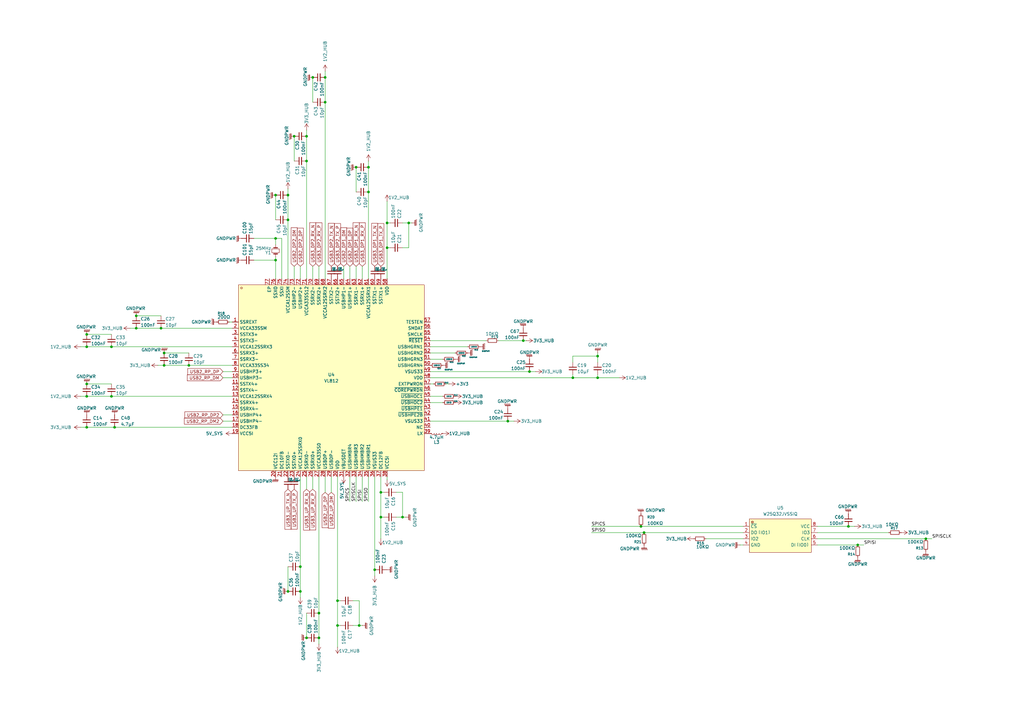
<source format=kicad_sch>
(kicad_sch (version 20250114) (generator "eeschema") (generator_version "9.0")
  (paper "A3")
  (junction (at 130.81 261.62))
  (junction (at 77.47 149.86))
  (junction (at 125.73 261.62))
  (junction (at 113.03 97.79))
  (junction (at 123.19 232.41))
  (junction (at 123.19 242.57))
  (junction (at 262.89 215.9))
  (junction (at 138.43 246.38))
  (junction (at 245.11 154.94))
  (junction (at 234.95 154.94))
  (junction (at 120.65 55.88))
  (junction (at 125.73 55.88))
  (junction (at 208.28 172.72))
  (junction (at 153.67 233.68))
  (junction (at 125.73 66.04))
  (junction (at 133.35 41.91))
  (junction (at 217.17 152.4))
  (junction (at 46.99 175.26))
  (junction (at 35.56 142.24))
  (junction (at 45.72 162.56))
  (junction (at 158.75 91.44))
  (junction (at 128.27 31.75))
  (junction (at 146.05 68.58))
  (junction (at 138.43 256.54))
  (junction (at 67.31 144.78))
  (junction (at 165.1 212.09))
  (junction (at 118.11 242.57))
  (junction (at 245.11 146.05))
  (junction (at 133.35 31.75))
  (junction (at 347.98 215.9))
  (junction (at 151.13 78.74))
  (junction (at 147.32 256.54))
  (junction (at 113.03 80.01))
  (junction (at 113.03 106.68))
  (junction (at 351.79 223.52))
  (junction (at 35.56 175.26))
  (junction (at 158.75 101.6))
  (junction (at 35.56 157.48))
  (junction (at 45.72 142.24))
  (junction (at 156.21 201.93))
  (junction (at 264.16 218.44))
  (junction (at 67.31 149.86))
  (junction (at 379.73 220.98))
  (junction (at 55.88 129.54))
  (junction (at 156.21 212.09))
  (junction (at 35.56 162.56))
  (junction (at 167.64 91.44))
  (junction (at 35.56 137.16))
  (junction (at 55.88 134.62))
  (junction (at 66.04 134.62))
  (junction (at 118.11 80.01))
  (junction (at 130.81 251.46))
  (junction (at 214.63 139.7))
  (junction (at 151.13 68.58))
  (junction (at 118.11 90.17))
  (wire (pts (xy 93.98 132.08) (xy 95.25 132.08)))
  (wire (pts (xy 335.28 223.52) (xy 351.79 223.52)))
  (wire (pts (xy 215.9 139.7) (xy 214.63 139.7)))
  (wire (pts (xy 191.77 142.24) (xy 176.53 142.24)))
  (wire (pts (xy 181.61 147.32) (xy 176.53 147.32)))
  (wire (pts (xy 158.75 196.85) (xy 158.75 195.58)))
  (wire (pts (xy 176.53 172.72) (xy 208.28 172.72)))
  (wire (pts (xy 147.32 246.38) (xy 147.32 256.54)))
  (wire (pts (xy 130.81 109.22) (xy 130.81 114.3)))
  (wire (pts (xy 125.73 66.04) (xy 125.73 114.3)))
  (wire (pts (xy 181.61 165.1) (xy 176.53 165.1)))
  (wire (pts (xy 118.11 80.01) (xy 118.11 90.17)))
  (wire (pts (xy 234.95 154.94) (xy 245.11 154.94)))
  (wire (pts (xy 33.02 162.56) (xy 35.56 162.56)))
  (wire (pts (xy 184.15 157.48) (xy 182.88 157.48)))
  (wire (pts (xy 120.65 109.22) (xy 120.65 114.3)))
  (wire (pts (xy 146.05 195.58) (xy 146.05 205.74)))
  (wire (pts (xy 146.05 109.22) (xy 146.05 114.3)))
  (wire (pts (xy 144.78 246.38) (xy 147.32 246.38)))
  (wire (pts (xy 77.47 149.86) (xy 95.25 149.86)))
  (wire (pts (xy 46.99 175.26) (xy 95.25 175.26)))
  (wire (pts (xy 45.72 142.24) (xy 95.25 142.24)))
  (wire (pts (xy 123.19 109.22) (xy 123.19 114.3)))
  (wire (pts (xy 335.28 218.44) (xy 364.49 218.44)))
  (wire (pts (xy 64.77 149.86) (xy 67.31 149.86)))
  (wire (pts (xy 125.73 53.34) (xy 125.73 55.88)))
  (wire (pts (xy 151.13 195.58) (xy 151.13 205.74)))
  (wire (pts (xy 125.73 55.88) (xy 125.73 66.04)))
  (wire (pts (xy 140.97 109.22) (xy 140.97 114.3)))
  (wire (pts (xy 138.43 256.54) (xy 138.43 265.43)))
  (wire (pts (xy 91.44 172.72) (xy 95.25 172.72)))
  (wire (pts (xy 157.48 201.93) (xy 156.21 201.93)))
  (wire (pts (xy 351.79 223.52) (xy 354.33 223.52)))
  (wire (pts (xy 204.47 139.7) (xy 214.63 139.7)))
  (wire (pts (xy 104.14 106.68) (xy 113.03 106.68)))
  (wire (pts (xy 289.56 220.98) (xy 304.8 220.98)))
  (wire (pts (xy 113.03 97.79) (xy 115.57 97.79)))
  (wire (pts (xy 234.95 153.67) (xy 234.95 154.94)))
  (wire (pts (xy 143.51 195.58) (xy 143.51 205.74)))
  (wire (pts (xy 234.95 146.05) (xy 245.11 146.05)))
  (wire (pts (xy 123.19 195.58) (xy 123.19 232.41)))
  (wire (pts (xy 33.02 142.24) (xy 35.56 142.24)))
  (wire (pts (xy 234.95 148.59) (xy 234.95 146.05)))
  (wire (pts (xy 151.13 78.74) (xy 151.13 114.3)))
  (wire (pts (xy 123.19 242.57) (xy 123.19 232.41)))
  (wire (pts (xy 118.11 90.17) (xy 118.11 114.3)))
  (wire (pts (xy 91.44 170.18) (xy 95.25 170.18)))
  (wire (pts (xy 143.51 109.22) (xy 143.51 114.3)))
  (wire (pts (xy 379.73 220.98) (xy 382.27 220.98)))
  (wire (pts (xy 245.11 146.05) (xy 245.11 144.78)))
  (wire (pts (xy 176.53 154.94) (xy 234.95 154.94)))
  (wire (pts (xy 133.35 201.93) (xy 133.35 195.58)))
  (wire (pts (xy 91.44 152.4) (xy 95.25 152.4)))
  (wire (pts (xy 35.56 162.56) (xy 45.72 162.56)))
  (wire (pts (xy 35.56 142.24) (xy 45.72 142.24)))
  (wire (pts (xy 35.56 175.26) (xy 46.99 175.26)))
  (wire (pts (xy 148.59 109.22) (xy 148.59 114.3)))
  (wire (pts (xy 242.57 215.9) (xy 262.89 215.9)))
  (wire (pts (xy 153.67 236.22) (xy 153.67 233.68)))
  (wire (pts (xy 35.56 157.48) (xy 45.72 157.48)))
  (wire (pts (xy 160.02 91.44) (xy 158.75 91.44)))
  (wire (pts (xy 67.31 144.78) (xy 77.47 144.78)))
  (wire (pts (xy 128.27 200.66) (xy 128.27 195.58)))
  (wire (pts (xy 262.89 215.9) (xy 304.8 215.9)))
  (wire (pts (xy 135.89 201.93) (xy 135.89 195.58)))
  (wire (pts (xy 139.7 256.54) (xy 138.43 256.54)))
  (wire (pts (xy 245.11 154.94) (xy 254 154.94)))
  (wire (pts (xy 120.65 55.88) (xy 120.65 66.04)))
  (wire (pts (xy 67.31 149.86) (xy 77.47 149.86)))
  (wire (pts (xy 118.11 77.47) (xy 118.11 80.01)))
  (wire (pts (xy 350.52 215.9) (xy 347.98 215.9)))
  (wire (pts (xy 53.34 134.62) (xy 55.88 134.62)))
  (wire (pts (xy 33.02 175.26) (xy 35.56 175.26)))
  (wire (pts (xy 156.21 195.58) (xy 156.21 201.93)))
  (wire (pts (xy 133.35 29.21) (xy 133.35 31.75)))
  (wire (pts (xy 158.75 91.44) (xy 158.75 82.55)))
  (wire (pts (xy 139.7 246.38) (xy 138.43 246.38)))
  (wire (pts (xy 130.81 264.16) (xy 130.81 261.62)))
  (wire (pts (xy 156.21 201.93) (xy 156.21 212.09)))
  (wire (pts (xy 165.1 101.6) (xy 167.64 101.6)))
  (wire (pts (xy 176.53 152.4) (xy 217.17 152.4)))
  (wire (pts (xy 35.56 137.16) (xy 45.72 137.16)))
  (wire (pts (xy 158.75 101.6) (xy 158.75 114.3)))
  (wire (pts (xy 113.03 105.41) (xy 113.03 106.68)))
  (wire (pts (xy 186.69 144.78) (xy 176.53 144.78)))
  (wire (pts (xy 146.05 68.58) (xy 146.05 78.74)))
  (wire (pts (xy 167.64 101.6) (xy 167.64 91.44)))
  (wire (pts (xy 162.56 212.09) (xy 165.1 212.09)))
  (wire (pts (xy 165.1 201.93) (xy 165.1 212.09)))
  (wire (pts (xy 245.11 148.59) (xy 245.11 146.05)))
  (wire (pts (xy 55.88 134.62) (xy 66.04 134.62)))
  (wire (pts (xy 128.27 109.22) (xy 128.27 114.3)))
  (wire (pts (xy 125.73 200.66) (xy 125.73 195.58)))
  (wire (pts (xy 303.53 223.52) (xy 304.8 223.52)))
  (wire (pts (xy 335.28 220.98) (xy 379.73 220.98)))
  (wire (pts (xy 245.11 153.67) (xy 245.11 154.94)))
  (wire (pts (xy 162.56 201.93) (xy 165.1 201.93)))
  (wire (pts (xy 125.73 261.62) (xy 125.73 251.46)))
  (wire (pts (xy 156.21 212.09) (xy 156.21 220.98)))
  (wire (pts (xy 130.81 251.46) (xy 130.81 261.62)))
  (wire (pts (xy 219.71 152.4) (xy 217.17 152.4)))
  (wire (pts (xy 147.32 256.54) (xy 148.59 256.54)))
  (wire (pts (xy 66.04 134.62) (xy 95.25 134.62)))
  (wire (pts (xy 130.81 195.58) (xy 130.81 251.46)))
  (wire (pts (xy 210.82 172.72) (xy 208.28 172.72)))
  (wire (pts (xy 133.35 31.75) (xy 133.35 41.91)))
  (wire (pts (xy 55.88 129.54) (xy 66.04 129.54)))
  (wire (pts (xy 148.59 195.58) (xy 148.59 205.74)))
  (wire (pts (xy 138.43 246.38) (xy 138.43 256.54)))
  (wire (pts (xy 91.44 154.94) (xy 95.25 154.94)))
  (wire (pts (xy 165.1 91.44) (xy 167.64 91.44)))
  (wire (pts (xy 113.03 97.79) (xy 113.03 100.33)))
  (wire (pts (xy 167.64 91.44) (xy 168.91 91.44)))
  (wire (pts (xy 181.61 162.56) (xy 176.53 162.56)))
  (wire (pts (xy 118.11 242.57) (xy 118.11 232.41)))
  (wire (pts (xy 165.1 212.09) (xy 166.37 212.09)))
  (wire (pts (xy 176.53 139.7) (xy 199.39 139.7)))
  (wire (pts (xy 242.57 218.44) (xy 264.16 218.44)))
  (wire (pts (xy 347.98 215.9) (xy 335.28 215.9)))
  (wire (pts (xy 128.27 31.75) (xy 128.27 41.91)))
  (wire (pts (xy 151.13 68.58) (xy 151.13 78.74)))
  (wire (pts (xy 160.02 101.6) (xy 158.75 101.6)))
  (wire (pts (xy 144.78 256.54) (xy 147.32 256.54)))
  (wire (pts (xy 177.8 157.48) (xy 176.53 157.48)))
  (wire (pts (xy 133.35 41.91) (xy 133.35 114.3)))
  (wire (pts (xy 123.19 245.11) (xy 123.19 242.57)))
  (wire (pts (xy 104.14 97.79) (xy 113.03 97.79)))
  (wire (pts (xy 264.16 218.44) (xy 304.8 218.44)))
  (wire (pts (xy 153.67 195.58) (xy 153.67 233.68)))
  (wire (pts (xy 115.57 97.79) (xy 115.57 114.3)))
  (wire (pts (xy 113.03 106.68) (xy 113.03 114.3)))
  (wire (pts (xy 45.72 162.56) (xy 95.25 162.56)))
  (wire (pts (xy 138.43 195.58) (xy 138.43 246.38)))
  (wire (pts (xy 113.03 80.01) (xy 113.03 90.17)))
  (wire (pts (xy 158.75 101.6) (xy 158.75 91.44)))
  (wire (pts (xy 151.13 66.04) (xy 151.13 68.58)))
  (wire (pts (xy 157.48 212.09) (xy 156.21 212.09)))
  (label "SPICS" (at 242.57 215.9 0))
  (label "SPISCLK" (at 146.05 205.74 90))
  (label "SPISCLK" (at 382.27 220.98 0))
  (label "SPISO" (at 242.57 218.44 0))
  (label "SPISI" (at 148.59 205.74 90))
  (label "SPICS" (at 143.51 205.74 90))
  (label "SPISI" (at 354.33 223.52 0))
  (label "SPISO" (at 151.13 205.74 90))
  (global_label "USB2_RP_DP" (shape input) (at 91.44 152.4 180) (property "Intersheetrefs" "${INTERSHEET_REFS}" (effects (hide yes))))
  (global_label "USB3_UP_TX_N" (shape input) (at 118.11 200.66 270) (property "Intersheetrefs" "${INTERSHEET_REFS}" (effects (hide yes))))
  (global_label "USB3_UP_TX_P" (shape input) (at 120.65 200.66 270) (property "Intersheetrefs" "${INTERSHEET_REFS}" (effects (hide yes))))
  (global_label "USB2_RP_DM" (shape input) (at 91.44 154.94 180) (property "Intersheetrefs" "${INTERSHEET_REFS}" (effects (hide yes))))
  (global_label "USB2_UP_DP" (shape input) (at 133.35 201.93 270) (property "Intersheetrefs" "${INTERSHEET_REFS}" (effects (hide yes))))
  (global_label "USB3_DP2_TX_N" (shape input) (at 135.89 109.22 90) (property "Intersheetrefs" "${INTERSHEET_REFS}" (effects (hide yes))))
  (global_label "USB3_DP2_RX_P" (shape input) (at 130.81 109.22 90) (property "Intersheetrefs" "${INTERSHEET_REFS}" (effects (hide yes))))
  (global_label "USB3_DP1_RX_N" (shape input) (at 146.05 109.22 90) (property "Intersheetrefs" "${INTERSHEET_REFS}" (effects (hide yes))))
  (global_label "USB3_DP2_RX_N" (shape input) (at 128.27 109.22 90) (property "Intersheetrefs" "${INTERSHEET_REFS}" (effects (hide yes))))
  (global_label "USB3_DP1_RX_P" (shape input) (at 148.59 109.22 90) (property "Intersheetrefs" "${INTERSHEET_REFS}" (effects (hide yes))))
  (global_label "USB2_RP_DP2" (shape input) (at 91.44 170.18 180) (property "Intersheetrefs" "${INTERSHEET_REFS}" (effects (hide yes))))
  (global_label "USB2_UP_DM" (shape input) (at 135.89 201.93 270) (property "Intersheetrefs" "${INTERSHEET_REFS}" (effects (hide yes))))
  (global_label "USB2_DP1_DM" (shape input) (at 140.97 109.22 90) (property "Intersheetrefs" "${INTERSHEET_REFS}" (effects (hide yes))))
  (global_label "USB3_DP1_TX_P" (shape input) (at 156.21 109.22 90) (property "Intersheetrefs" "${INTERSHEET_REFS}" (effects (hide yes))))
  (global_label "USB3_DP2_TX_P" (shape input) (at 138.43 109.22 90) (property "Intersheetrefs" "${INTERSHEET_REFS}" (effects (hide yes))))
  (global_label "USB2_DP2_DP" (shape input) (at 123.19 109.22 90) (property "Intersheetrefs" "${INTERSHEET_REFS}" (effects (hide yes))))
  (global_label "USB3_DP1_TX_N" (shape input) (at 153.67 109.22 90) (property "Intersheetrefs" "${INTERSHEET_REFS}" (effects (hide yes))))
  (global_label "USB3_UP_RX_N" (shape input) (at 125.73 200.66 270) (property "Intersheetrefs" "${INTERSHEET_REFS}" (effects (hide yes))))
  (global_label "USB2_DP1_DP" (shape input) (at 143.51 109.22 90) (property "Intersheetrefs" "${INTERSHEET_REFS}" (effects (hide yes))))
  (global_label "USB3_UP_RX_P" (shape input) (at 128.27 200.66 270) (property "Intersheetrefs" "${INTERSHEET_REFS}" (effects (hide yes))))
  (global_label "USB2_DP2_DM" (shape input) (at 120.65 109.22 90) (property "Intersheetrefs" "${INTERSHEET_REFS}" (effects (hide yes))))
  (global_label "USB2_RP_DM2" (shape input) (at 91.44 172.72 180) (property "Intersheetrefs" "${INTERSHEET_REFS}" (effects (hide yes))))
  (symbol (lib_id "Device:Crystal_Small") (at 113.03 102.87 270) (unit 1)
    (property "Reference" "Y1" (at 111.252 103.632 90) (effects (justify right)))
    (property "Value" "25MHz" (at 111.252 101.8541 90) (effects (justify right)))
    (property "Description" "Two pin crystal, small symbol" (effects (hide yes)))
  )
  (symbol (lib_id "Device:C_Small") (at 35.56 139.7 0) (unit 1)
    (property "Reference" "C32" (at 37.338 138.43 0) (effects (justify left)))
    (property "Value" "100nF" (at 37.338 140.97 0) (effects (justify left)))
    (property "Description" "Unpolarized capacitor, small symbol" (effects (hide yes)))
  )
  (symbol (lib_id "Device:C_Small") (at 130.81 41.91 90) (mirror x) (unit 1)
    (property "Reference" "C43" (at 129.54 43.688 0) (effects (justify left)))
    (property "Value" "10pF" (at 132.08 43.688 0) (effects (justify left)))
    (property "Description" "Unpolarized capacitor, small symbol" (effects (hide yes)))
  )
  (symbol (lib_id "Device:C_Small") (at 138.43 111.76 0) (mirror y) (unit 1)
    (property "Reference" "C58" (at 140.208 109.982 0) (effects (font (size 0.508 0.508)) (justify left)))
    (property "Value" "100nF" (at 140.97 110.744 0) (effects (font (size 0.508 0.508)) (justify left)))
    (property "Description" "Unpolarized capacitor, small symbol" (effects (hide yes)))
  )
  (symbol (lib_id "power:3V3_HUB") (at 350.52 215.9 270) (mirror x) (unit 1)
    (property "Reference" "#PWR083" (effects (hide yes)))
    (property "Value" "3V3_HUB" (at 353.314 215.9 90) (effects (justify left)))
    (property "Description" "Power symbol creates a global label with name \"VSYS\"" (effects (hide yes)))
  )
  (symbol (lib_id "Device:C_Small") (at 128.27 261.62 90) (unit 1)
    (property "Reference" "C38" (at 127 259.842 0) (effects (justify left)))
    (property "Value" "100nF" (at 129.54 259.842 0) (effects (justify left)))
    (property "Description" "Unpolarized capacitor, small symbol" (effects (hide yes)))
  )
  (symbol (lib_id "Device:C_Small") (at 148.59 68.58 90) (mirror x) (unit 1)
    (property "Reference" "C41" (at 147.32 70.358 0) (effects (justify left)))
    (property "Value" "100nF" (at 149.86 70.358 0) (effects (justify left)))
    (property "Description" "Unpolarized capacitor, small symbol" (effects (hide yes)))
  )
  (symbol (lib_id "power:3V3_HUB") (at 153.67 236.22 0) (mirror x) (unit 1)
    (property "Reference" "#PWR056" (effects (hide yes)))
    (property "Value" "3V3_HUB" (at 153.6701 240.03 90) (effects (justify left)))
    (property "Description" "Power symbol creates a global label with name \"VSYS\"" (effects (hide yes)))
  )
  (symbol (lib_id "power:3V3_HUB") (at 186.69 165.1 270) (mirror x) (unit 1)
    (property "Reference" "#PWR0105" (effects (hide yes)))
    (property "Value" "3V3_HUB" (at 189.484 165.1 90) (effects (justify left)))
    (property "Description" "Power symbol creates a global label with name \"VSYS\"" (effects (hide yes)))
  )
  (symbol (lib_id "power:GNDPWR") (at 113.03 80.01 270) (mirror x) (unit 1)
    (property "Reference" "#PWR080" (effects (hide yes)))
    (property "Value" "GNDPWR" (at 109.982 79.756 0))
    (property "Description" "Power symbol creates a global label with name \"GNDPWR\" , global ground" (effects (hide yes)))
  )
  (symbol (lib_id "Device:C_Small") (at 55.88 132.08 0) (unit 1)
    (property "Reference" "C26" (at 57.658 130.81 0) (effects (justify left)))
    (property "Value" "100nF" (at 57.658 133.35 0) (effects (justify left)))
    (property "Description" "Unpolarized capacitor, small symbol" (effects (hide yes)))
  )
  (symbol (lib_id "power:GNDPWR") (at 55.88 129.54 180) (unit 1)
    (property "Reference" "#PWR063" (effects (hide yes)))
    (property "Value" "GNDPWR" (at 55.626 126.492 0))
    (property "Description" "Power symbol creates a global label with name \"GNDPWR\" , global ground" (effects (hide yes)))
  )
  (symbol (lib_id "power:3V3_HUB") (at 33.02 175.26 90) (unit 1)
    (property "Reference" "#PWR043" (effects (hide yes)))
    (property "Value" "3V3_HUB" (at 29.21 175.2599 90) (effects (justify left)))
    (property "Description" "Power symbol creates a global label with name \"VSYS\"" (effects (hide yes)))
  )
  (symbol (lib_id "Device:C_Small") (at 101.6 106.68 90) (unit 1)
    (property "Reference" "C101" (at 100.33 104.902 0) (effects (justify left)))
    (property "Value" "15pF" (at 102.87 104.902 0) (effects (justify left)))
    (property "Description" "Unpolarized capacitor, small symbol" (effects (hide yes)))
  )
  (symbol (lib_id "Device:C_Small") (at 123.19 55.88 90) (mirror x) (unit 1)
    (property "Reference" "C30" (at 121.92 57.658 0) (effects (justify left)))
    (property "Value" "100nF" (at 124.46 57.658 0) (effects (justify left)))
    (property "Description" "Unpolarized capacitor, small symbol" (effects (hide yes)))
  )
  (symbol (lib_id "Device:C_Small") (at 45.72 160.02 0) (unit 1)
    (property "Reference" "C35" (at 47.498 158.75 0) (effects (justify left)))
    (property "Value" "10pF" (at 47.498 161.29 0) (effects (justify left)))
    (property "Description" "Unpolarized capacitor, small symbol" (effects (hide yes)))
  )
  (symbol (lib_id "power:GNDPWR") (at 303.53 223.52 270) (mirror x) (unit 1)
    (property "Reference" "#PWR084" (effects (hide yes)))
    (property "Value" "GNDPWR" (at 301.498 223.52 90) (effects (justify right)))
    (property "Description" "Power symbol creates a global label with name \"GNDPWR\" , global ground" (effects (hide yes)))
  )
  (symbol (lib_id "power:1V2_HUB") (at 33.02 162.56 90) (unit 1)
    (property "Reference" "#PWR070" (effects (hide yes)))
    (property "Value" "1V2_HUB" (at 29.21 162.5599 90) (effects (justify left)))
    (property "Description" "Power symbol creates a global label with name \"VSYS\"" (effects (hide yes)))
  )
  (symbol (lib_id "power:5V_SYS") (at 140.97 195.58 180) (unit 1)
    (property "Reference" "#PWR094" (effects (hide yes)))
    (property "Value" "5V_SYS" (at 140.208 201.168 90))
    (property "Description" "Power symbol creates a global label with name \"VSYS\"" (effects (hide yes)))
  )
  (symbol (lib_id "power:GNDPWR") (at 214.63 134.62 0) (mirror x) (unit 1)
    (property "Reference" "#PWR093" (effects (hide yes)))
    (property "Value" "GNDPWR" (at 214.63 131.826 0))
    (property "Description" "Power symbol creates a global label with name \"GNDPWR\" , global ground" (effects (hide yes)))
  )
  (symbol (lib_id "Device:C_Small") (at 160.02 201.93 270) (unit 1)
    (property "Reference" "C16" (at 161.29 203.708 0) (effects (justify left)))
    (property "Value" "10μF" (at 158.75 203.708 0) (effects (justify left)))
    (property "Description" "Unpolarized capacitor, small symbol" (effects (hide yes)))
  )
  (symbol (lib_id "Device:R_Small") (at 180.34 157.48 270) (unit 1)
    (property "Reference" "R42" (at 183.896 156.972 90) (effects (font (size 0.508 0.508)) (justify right)))
    (property "Value" "10KΩ" (at 181.356 157.48 90) (effects (font (size 0.508 0.508)) (justify right)))
    (property "Description" "Resistor, small symbol" (effects (hide yes)))
  )
  (symbol (lib_id "Device:C_Small") (at 67.31 147.32 0) (unit 1)
    (property "Reference" "C28" (at 69.088 146.05 0) (effects (justify left)))
    (property "Value" "100nF" (at 69.088 148.59 0) (effects (justify left)))
    (property "Description" "Unpolarized capacitor, small symbol" (effects (hide yes)))
  )
  (symbol (lib_id "Device:R_Small") (at 194.31 142.24 270) (unit 1)
    (property "Reference" "R15" (at 194.564 143.51 90) (effects (font (size 0.508 0.508)) (justify left)))
    (property "Value" "100KΩ" (at 193.04 142.24 90) (effects (font (size 0.508 0.508)) (justify left)))
    (property "Description" "Resistor, small symbol" (effects (hide yes)))
  )
  (symbol (lib_id "Device:R_Small") (at 367.03 218.44 270) (unit 1)
    (property "Reference" "R17" (at 368.3 216.662 90) (effects (font (size 1.016 1.016)) (justify right)))
    (property "Value" "10KΩ" (at 368.554 215.138 90) (effects (justify right)))
    (property "Description" "Resistor, small symbol" (effects (hide yes)))
  )
  (symbol (lib_id "Device:C_Small") (at 115.57 80.01 90) (mirror x) (unit 1)
    (property "Reference" "C44" (at 114.3 81.788 0) (effects (justify left)))
    (property "Value" "100nF" (at 116.84 81.788 0) (effects (justify left)))
    (property "Description" "Unpolarized capacitor, small symbol" (effects (hide yes)))
  )
  (symbol (lib_id "Device:R_Small") (at 179.07 149.86 270) (unit 1)
    (property "Reference" "R24" (at 179.324 151.13 90) (effects (font (size 0.508 0.508)) (justify left)))
    (property "Value" "100KΩ" (at 177.8 149.86 90) (effects (font (size 0.508 0.508)) (justify left)))
    (property "Description" "Resistor, small symbol" (effects (hide yes)))
  )
  (symbol (lib_id "power:1V2_HUB") (at 133.35 29.21 0) (mirror y) (unit 1)
    (property "Reference" "#PWR079" (effects (hide yes)))
    (property "Value" "1V2_HUB" (at 133.3499 25.4 90) (effects (justify left)))
    (property "Description" "Power symbol creates a global label with name \"VSYS\"" (effects (hide yes)))
  )
  (symbol (lib_id "power:1V2_HUB") (at 118.11 77.47 0) (mirror y) (unit 1)
    (property "Reference" "#PWR081" (effects (hide yes)))
    (property "Value" "1V2_HUB" (at 118.11 74.93 90) (effects (justify left)))
    (property "Description" "Power symbol creates a global label with name \"VSYS\"" (effects (hide yes)))
  )
  (symbol (lib_id "power:3V3_HUB") (at 64.77 149.86 90) (unit 1)
    (property "Reference" "#PWR064" (effects (hide yes)))
    (property "Value" "3V3_HUB" (at 61.722 149.86 90) (effects (justify left)))
    (property "Description" "Power symbol creates a global label with name \"VSYS\"" (effects (hide yes)))
  )
  (symbol (lib_id "power:GNDPWR") (at 208.28 167.64 0) (mirror x) (unit 1)
    (property "Reference" "#PWR059" (effects (hide yes)))
    (property "Value" "GNDPWR" (at 208.026 164.592 0))
    (property "Description" "Power symbol creates a global label with name \"GNDPWR\" , global ground" (effects (hide yes)))
  )
  (symbol (lib_id "Device:C_Small") (at 123.19 66.04 90) (mirror x) (unit 1)
    (property "Reference" "C31" (at 121.92 67.818 0) (effects (justify left)))
    (property "Value" "10pF" (at 124.46 67.818 0) (effects (justify left)))
    (property "Description" "Unpolarized capacitor, small symbol" (effects (hide yes)))
  )
  (symbol (lib_id "Device:R_Small") (at 379.73 223.52 180) (unit 1)
    (property "Reference" "R13" (at 378.714 224.79 0) (effects (font (size 1.016 1.016)) (justify left)))
    (property "Value" "100KΩ" (at 378.714 222.25 0) (effects (justify left)))
    (property "Description" "Resistor, small symbol" (effects (hide yes)))
  )
  (symbol (lib_id "Device:C_Small") (at 217.17 149.86 0) (mirror y) (unit 1)
    (property "Reference" "C25" (at 215.646 148.59 0) (effects (justify left)))
    (property "Value" "100nF" (at 215.646 151.13 0) (effects (justify left)))
    (property "Description" "Unpolarized capacitor, small symbol" (effects (hide yes)))
  )
  (symbol (lib_id "Device:C_Small") (at 45.72 139.7 0) (unit 1)
    (property "Reference" "C33" (at 47.498 138.43 0) (effects (justify left)))
    (property "Value" "10pF" (at 47.498 140.97 0) (effects (justify left)))
    (property "Description" "Unpolarized capacitor, small symbol" (effects (hide yes)))
  )
  (symbol (lib_id "power:1V2_HUB") (at 181.61 177.8 270) (mirror x) (unit 1)
    (property "Reference" "#PWR049" (effects (hide yes)))
    (property "Value" "1V2_HUB" (at 188.468 177.8 90))
    (property "Description" "Power symbol creates a global label with name \"VSYS\"" (effects (hide yes)))
  )
  (symbol (lib_id "Device:R_Small") (at 201.93 139.7 270) (unit 1)
    (property "Reference" "R19" (at 204.47 138.176 90) (effects (font (size 1.016 1.016)) (justify right)))
    (property "Value" "10KΩ" (at 204.47 136.906 90) (effects (justify right)))
    (property "Description" "Resistor, small symbol" (effects (hide yes)))
  )
  (symbol (lib_id "power:3V3_HUB") (at 215.9 139.7 270) (mirror x) (unit 1)
    (property "Reference" "#PWR092" (effects (hide yes)))
    (property "Value" "3V3_HUB" (at 218.694 139.7 90) (effects (justify left)))
    (property "Description" "Power symbol creates a global label with name \"VSYS\"" (effects (hide yes)))
  )
  (symbol (lib_id "Device:C_Small") (at 142.24 256.54 270) (unit 1)
    (property "Reference" "C17" (at 143.51 258.318 0) (effects (justify left)))
    (property "Value" "100nF" (at 140.97 258.318 0) (effects (justify left)))
    (property "Description" "Unpolarized capacitor, small symbol" (effects (hide yes)))
  )
  (symbol (lib_id "power:GNDPWR") (at 347.98 210.82 0) (mirror x) (unit 1)
    (property "Reference" "#PWR082" (effects (hide yes)))
    (property "Value" "GNDPWR" (at 347.726 207.772 0))
    (property "Description" "Power symbol creates a global label with name \"GNDPWR\" , global ground" (effects (hide yes)))
  )
  (symbol (lib_id "power:GNDPWR") (at 158.75 233.68 90) (mirror x) (unit 1)
    (property "Reference" "#PWR057" (effects (hide yes)))
    (property "Value" "GNDPWR" (at 162.56 233.553 0))
    (property "Description" "Power symbol creates a global label with name \"GNDPWR\" , global ground" (effects (hide yes)))
  )
  (symbol (lib_id "power:3V3_HUB") (at 130.81 264.16 180) (unit 1)
    (property "Reference" "#PWR074" (effects (hide yes)))
    (property "Value" "3V3_HUB" (at 130.81 267.208 90) (effects (justify left)))
    (property "Description" "Power symbol creates a global label with name \"VSYS\"" (effects (hide yes)))
  )
  (symbol (lib_id "power:GNDPWR") (at 113.03 195.58 0) (unit 1)
    (property "Reference" "#PWR085" (effects (hide yes)))
    (property "Value" "GNDPWR" (at 107.696 197.358 0))
    (property "Description" "Power symbol creates a global label with name \"GNDPWR\" , global ground" (effects (hide yes)))
  )
  (symbol (lib_id "Device:R_Small") (at 262.89 213.36 0) (unit 1)
    (property "Reference" "R20" (at 265.43 212.0899 0) (effects (font (size 1.016 1.016)) (justify left)))
    (property "Value" "100KΩ" (at 265.43 214.6299 0) (effects (justify left)))
    (property "Description" "Resistor, small symbol" (effects (hide yes)))
  )
  (symbol (lib_id "power:GNDPWR") (at 245.11 144.78 180) (unit 1)
    (property "Reference" "#PWR053" (effects (hide yes)))
    (property "Value" "GNDPWR" (at 245.11 141.478 0))
    (property "Description" "Power symbol creates a global label with name \"GNDPWR\" , global ground" (effects (hide yes)))
  )
  (symbol (lib_id "Device:C_Small") (at 148.59 78.74 90) (mirror x) (unit 1)
    (property "Reference" "C40" (at 147.32 80.518 0) (effects (justify left)))
    (property "Value" "10pF" (at 149.86 80.518 0) (effects (justify left)))
    (property "Description" "Unpolarized capacitor, small symbol" (effects (hide yes)))
  )
  (symbol (lib_id "power:5V_SYS") (at 95.25 177.8 90) (unit 1)
    (property "Reference" "#PWR042" (effects (hide yes)))
    (property "Value" "5V_SYS" (at 91.44 177.7999 90) (effects (justify left)))
    (property "Description" "Power symbol creates a global label with name \"VSYS\"" (effects (hide yes)))
  )
  (symbol (lib_id "power:GNDPWR") (at 88.9 132.08 270) (unit 1)
    (property "Reference" "#PWR091" (effects (hide yes)))
    (property "Value" "GNDPWR" (at 82.55 132.08 90))
    (property "Description" "Power symbol creates a global label with name \"GNDPWR\" , global ground" (effects (hide yes)))
  )
  (symbol (lib_id "Device:L_Small") (at 179.07 177.8 270) (unit 1)
    (property "Reference" "L3" (at 179.07 181.356 90))
    (property "Value" "4.7μH" (at 179.07 179.324 90))
    (property "Description" "Inductor, small symbol" (effects (hide yes)))
  )
  (symbol (lib_id "power:GNDPWR") (at 191.77 144.78 90) (mirror x) (unit 1)
    (property "Reference" "#PWR097" (effects (hide yes)))
    (property "Value" "GNDPWR" (at 192.532 146.558 90) (effects (font (size 0.508 0.508)) (justify right)))
    (property "Description" "Power symbol creates a global label with name \"GNDPWR\" , global ground" (effects (hide yes)))
  )
  (symbol (lib_id "power:3V3_HUB") (at 53.34 134.62 90) (unit 1)
    (property "Reference" "#PWR062" (effects (hide yes)))
    (property "Value" "3V3_HUB" (at 50.292 134.62 90) (effects (justify left)))
    (property "Description" "Power symbol creates a global label with name \"VSYS\"" (effects (hide yes)))
  )
  (symbol (lib_id "Device:C_Small") (at 347.98 213.36 0) (mirror y) (unit 1)
    (property "Reference" "C66" (at 346.202 212.09 0) (effects (justify left)))
    (property "Value" "100nF" (at 346.202 214.63 0) (effects (justify left)))
    (property "Description" "Unpolarized capacitor, small symbol" (effects (hide yes)))
  )
  (symbol (lib_id "Device:C_Small") (at 35.56 172.72 0) (unit 1)
    (property "Reference" "C14" (at 38.1 171.4562 0) (effects (justify left)))
    (property "Value" "100nF" (at 38.1 173.9962 0) (effects (justify left)))
    (property "Description" "Unpolarized capacitor, small symbol" (effects (hide yes)))
  )
  (symbol (lib_id "Device:R_Small") (at 184.15 165.1 270) (unit 1)
    (property "Reference" "R25" (at 187.706 164.592 90) (effects (font (size 0.508 0.508)) (justify right)))
    (property "Value" "10KΩ" (at 185.166 165.1 90) (effects (font (size 0.508 0.508)) (justify right)))
    (property "Description" "Resistor, small symbol" (effects (hide yes)))
  )
  (symbol (lib_id "Device:R_Small") (at 184.15 162.56 270) (unit 1)
    (property "Reference" "R12" (at 187.706 162.052 90) (effects (font (size 0.508 0.508)) (justify right)))
    (property "Value" "10KΩ" (at 185.166 162.56 90) (effects (font (size 0.508 0.508)) (justify right)))
    (property "Description" "Resistor, small symbol" (effects (hide yes)))
  )
  (symbol (lib_id "Device:R_Small") (at 287.02 220.98 90) (unit 1)
    (property "Reference" "R16" (at 285.75 222.758 90) (effects (font (size 1.016 1.016)) (justify right)))
    (property "Value" "10KΩ" (at 285.496 224.282 90) (effects (justify right)))
    (property "Description" "Resistor, small symbol" (effects (hide yes)))
  )
  (symbol (lib_id "Device:C_Small") (at 162.56 91.44 270) (mirror x) (unit 1)
    (property "Reference" "C22" (at 163.83 89.662 0) (effects (justify left)))
    (property "Value" "100nF" (at 161.29 89.662 0) (effects (justify left)))
    (property "Description" "Unpolarized capacitor, small symbol" (effects (hide yes)))
  )
  (symbol (lib_id "Device:C_Small") (at 101.6 97.79 90) (unit 1)
    (property "Reference" "C100" (at 100.33 96.012 0) (effects (justify left)))
    (property "Value" "15pF" (at 102.87 96.012 0) (effects (justify left)))
    (property "Description" "Unpolarized capacitor, small symbol" (effects (hide yes)))
  )
  (symbol (lib_id "power:GNDPWR") (at 166.37 212.09 90) (unit 1)
    (property "Reference" "#PWR048" (effects (hide yes)))
    (property "Value" "GNDPWR" (at 170.18 212.217 0))
    (property "Description" "Power symbol creates a global label with name \"GNDPWR\" , global ground" (effects (hide yes)))
  )
  (symbol (lib_id "power:GNDPWR") (at 46.99 170.18 180) (unit 1)
    (property "Reference" "#PWR0103" (effects (hide yes)))
    (property "Value" "GNDPWR" (at 46.99 167.386 0))
    (property "Description" "Power symbol creates a global label with name \"GNDPWR\" , global ground" (effects (hide yes)))
  )
  (symbol (lib_id "Device:C_Small") (at 77.47 147.32 0) (unit 1)
    (property "Reference" "C29" (at 79.248 146.05 0) (effects (justify left)))
    (property "Value" "10pF" (at 79.248 148.59 0) (effects (justify left)))
    (property "Description" "Unpolarized capacitor, small symbol" (effects (hide yes)))
  )
  (symbol (lib_id "power:3V3_HUB") (at 284.48 220.98 90) (mirror x) (unit 1)
    (property "Reference" "#PWR089" (effects (hide yes)))
    (property "Value" "3V3_HUB" (at 281.686 220.98 90) (effects (justify left)))
    (property "Description" "Power symbol creates a global label with name \"VSYS\"" (effects (hide yes)))
  )
  (symbol (lib_id "Device:C_Small") (at 130.81 31.75 90) (mirror x) (unit 1)
    (property "Reference" "C42" (at 129.54 33.528 0) (effects (justify left)))
    (property "Value" "100nF" (at 132.08 33.528 0) (effects (justify left)))
    (property "Description" "Unpolarized capacitor, small symbol" (effects (hide yes)))
  )
  (symbol (lib_id "power:3V3_HUB") (at 125.73 53.34 0) (mirror y) (unit 1)
    (property "Reference" "#PWR066" (effects (hide yes)))
    (property "Value" "3V3_HUB" (at 125.73 50.8 90) (effects (justify left)))
    (property "Description" "Power symbol creates a global label with name \"VSYS\"" (effects (hide yes)))
  )
  (symbol (lib_id "Device:C_Small") (at 208.28 170.18 0) (mirror y) (unit 1)
    (property "Reference" "C24" (at 206.502 168.91 0) (effects (justify left)))
    (property "Value" "100nF" (at 206.502 171.45 0) (effects (justify left)))
    (property "Description" "Unpolarized capacitor, small symbol" (effects (hide yes)))
  )
  (symbol (lib_id "power:GNDPWR") (at 99.06 106.68 270) (mirror x) (unit 1)
    (property "Reference" "#PWR0102" (effects (hide yes)))
    (property "Value" "GNDPWR" (at 92.71 106.68 90))
    (property "Description" "Power symbol creates a global label with name \"GNDPWR\" , global ground" (effects (hide yes)))
  )
  (symbol (lib_id "power:GNDPWR") (at 168.91 91.44 90) (mirror x) (unit 1)
    (property "Reference" "#PWR055" (effects (hide yes)))
    (property "Value" "GNDPWR" (at 172.72 91.313 0))
    (property "Description" "Power symbol creates a global label with name \"GNDPWR\" , global ground" (effects (hide yes)))
  )
  (symbol (lib_id "power:3V3_HUB") (at 369.57 218.44 270) (mirror x) (unit 1)
    (property "Reference" "#PWR090" (effects (hide yes)))
    (property "Value" "3V3_HUB" (at 372.364 218.44 90) (effects (justify left)))
    (property "Description" "Power symbol creates a global label with name \"VSYS\"" (effects (hide yes)))
  )
  (symbol (lib_id "power:1V2_HUB") (at 151.13 66.04 0) (mirror y) (unit 1)
    (property "Reference" "#PWR077" (effects (hide yes)))
    (property "Value" "1V2_HUB" (at 151.1299 62.23 90) (effects (justify left)))
    (property "Description" "Power symbol creates a global label with name \"VSYS\"" (effects (hide yes)))
  )
  (symbol (lib_id "Device:R_Small") (at 189.23 144.78 270) (unit 1)
    (property "Reference" "R22" (at 189.484 146.05 90) (effects (font (size 0.508 0.508)) (justify left)))
    (property "Value" "100KΩ" (at 187.96 144.78 90) (effects (font (size 0.508 0.508)) (justify left)))
    (property "Description" "Resistor, small symbol" (effects (hide yes)))
  )
  (symbol (lib_id "power:1V2_HUB") (at 156.21 220.98 0) (mirror x) (unit 1)
    (property "Reference" "#PWR044" (effects (hide yes)))
    (property "Value" "1V2_HUB" (at 161.036 222.504 0))
    (property "Description" "Power symbol creates a global label with name \"VSYS\"" (effects (hide yes)))
  )
  (symbol (lib_id "power:GNDPWR") (at 148.59 256.54 90) (unit 1)
    (property "Reference" "#PWR051" (effects (hide yes)))
    (property "Value" "GNDPWR" (at 152.4 256.667 0))
    (property "Description" "Power symbol creates a global label with name \"GNDPWR\" , global ground" (effects (hide yes)))
  )
  (symbol (lib_id "Device:C_Small") (at 214.63 137.16 0) (mirror y) (unit 1)
    (property "Reference" "C67" (at 213.106 135.89 0) (effects (justify left)))
    (property "Value" "100nF" (at 213.106 138.43 0) (effects (justify left)))
    (property "Description" "Unpolarized capacitor, small symbol" (effects (hide yes)))
  )
  (symbol (lib_id "Device:C_Small") (at 120.65 232.41 90) (unit 1)
    (property "Reference" "C37" (at 119.38 230.632 0) (effects (justify left)))
    (property "Value" "10pF" (at 121.92 230.632 0) (effects (justify left)))
    (property "Description" "Unpolarized capacitor, small symbol" (effects (hide yes)))
  )
  (symbol (lib_id "power:+3V3") (at 184.15 157.48 270) (unit 1)
    (property "Reference" "#PWR0100" (effects (hide yes)))
    (property "Value" "+3V3" (at 186.944 157.48 90) (effects (justify left)))
    (property "Description" "Power symbol creates a global label with name \"+3V3\"" (effects (hide yes)))
  )
  (symbol (lib_id "power:GNDPWR") (at 181.61 149.86 90) (mirror x) (unit 1)
    (property "Reference" "#PWR099" (effects (hide yes)))
    (property "Value" "GNDPWR" (at 182.372 151.638 90) (effects (font (size 0.508 0.508)) (justify right)))
    (property "Description" "Power symbol creates a global label with name \"GNDPWR\" , global ground" (effects (hide yes)))
  )
  (symbol (lib_id "power:3V3_HUB") (at 210.82 172.72 270) (mirror x) (unit 1)
    (property "Reference" "#PWR058" (effects (hide yes)))
    (property "Value" "3V3_HUB" (at 213.614 172.72 90) (effects (justify left)))
    (property "Description" "Power symbol creates a global label with name \"VSYS\"" (effects (hide yes)))
  )
  (symbol (lib_id "power:GNDPWR") (at 217.17 147.32 0) (mirror x) (unit 1)
    (property "Reference" "#PWR061" (effects (hide yes)))
    (property "Value" "GNDPWR" (at 217.17 144.526 0))
    (property "Description" "Power symbol creates a global label with name \"GNDPWR\" , global ground" (effects (hide yes)))
  )
  (symbol (lib_id "Device:C_Small") (at 162.56 101.6 270) (mirror x) (unit 1)
    (property "Reference" "C21" (at 163.83 99.822 0) (effects (justify left)))
    (property "Value" "10μF" (at 161.29 99.822 0) (effects (justify left)))
    (property "Description" "Unpolarized capacitor, small symbol" (effects (hide yes)))
  )
  (symbol (lib_id "power:GNDPWR") (at 379.73 226.06 0) (unit 1)
    (property "Reference" "#PWR086" (effects (hide yes)))
    (property "Value" "GNDPWR" (at 379.73 228.854 0))
    (property "Description" "Power symbol creates a global label with name \"GNDPWR\" , global ground" (effects (hide yes)))
  )
  (symbol (lib_id "Device:C_Small") (at 245.11 151.13 0) (unit 1)
    (property "Reference" "C20" (at 246.888 149.86 0) (effects (justify left)))
    (property "Value" "100nF" (at 246.888 152.4 0) (effects (justify left)))
    (property "Description" "Unpolarized capacitor, small symbol" (effects (hide yes)))
  )
  (symbol (lib_id "power:GNDPWR") (at 262.89 210.82 0) (mirror x) (unit 1)
    (property "Reference" "#PWR095" (effects (hide yes)))
    (property "Value" "GNDPWR" (at 272.796 209.296 0) (effects (justify right)))
    (property "Description" "Power symbol creates a global label with name \"GNDPWR\" , global ground" (effects (hide yes)))
  )
  (symbol (lib_id "power:GNDPWR") (at 99.06 97.79 270) (mirror x) (unit 1)
    (property "Reference" "#PWR0101" (effects (hide yes)))
    (property "Value" "GNDPWR" (at 92.71 97.79 90))
    (property "Description" "Power symbol creates a global label with name \"GNDPWR\" , global ground" (effects (hide yes)))
  )
  (symbol (lib_id "Device:C_Small") (at 118.11 198.12 0) (mirror y) (unit 1)
    (property "Reference" "C46" (at 119.888 196.342 0) (effects (font (size 0.508 0.508)) (justify left)))
    (property "Value" "100nF" (at 120.65 197.104 0) (effects (font (size 0.508 0.508)) (justify left)))
    (property "Description" "Unpolarized capacitor, small symbol" (effects (hide yes)))
  )
  (symbol (lib_id "power:1V2_HUB") (at 123.19 245.11 180) (unit 1)
    (property "Reference" "#PWR072" (effects (hide yes)))
    (property "Value" "1V2_HUB" (at 123.19 247.904 90) (effects (justify left)))
    (property "Description" "Power symbol creates a global label with name \"VSYS\"" (effects (hide yes)))
  )
  (symbol (lib_id "Device:R_Small") (at 264.16 220.98 180) (unit 1)
    (property "Reference" "R21" (at 263.144 222.25 0) (effects (font (size 1.016 1.016)) (justify left)))
    (property "Value" "100KΩ" (at 263.144 219.71 0) (effects (justify left)))
    (property "Description" "Resistor, small symbol" (effects (hide yes)))
  )
  (symbol (lib_id "power:1V2_HUB") (at 33.02 142.24 90) (unit 1)
    (property "Reference" "#PWR068" (effects (hide yes)))
    (property "Value" "1V2_HUB" (at 29.21 142.2399 90) (effects (justify left)))
    (property "Description" "Power symbol creates a global label with name \"VSYS\"" (effects (hide yes)))
  )
  (symbol (lib_id "Device:C_Small") (at 153.67 111.76 0) (mirror y) (unit 1)
    (property "Reference" "C53" (at 155.448 109.982 0) (effects (font (size 0.508 0.508)) (justify left)))
    (property "Value" "100nF" (at 156.21 110.744 0) (effects (font (size 0.508 0.508)) (justify left)))
    (property "Description" "Unpolarized capacitor, small symbol" (effects (hide yes)))
  )
  (symbol (lib_id "power:1V2_HUB") (at 254 154.94 270) (mirror x) (unit 1)
    (property "Reference" "#PWR052" (effects (hide yes)))
    (property "Value" "1V2_HUB" (at 260.858 154.94 90))
    (property "Description" "Power symbol creates a global label with name \"VSYS\"" (effects (hide yes)))
  )
  (symbol (lib_id "Device:C_Small") (at 66.04 132.08 0) (unit 1)
    (property "Reference" "C27" (at 67.818 130.81 0) (effects (justify left)))
    (property "Value" "10pF" (at 67.818 133.35 0) (effects (justify left)))
    (property "Description" "Unpolarized capacitor, small symbol" (effects (hide yes)))
  )
  (symbol (lib_id "power:1V2_HUB") (at 158.75 82.55 0) (unit 1)
    (property "Reference" "#PWR054" (effects (hide yes)))
    (property "Value" "1V2_HUB" (at 163.576 81.026 0))
    (property "Description" "Power symbol creates a global label with name \"VSYS\"" (effects (hide yes)))
  )
  (symbol (lib_id "power:GNDPWR") (at 35.56 137.16 180) (unit 1)
    (property "Reference" "#PWR069" (effects (hide yes)))
    (property "Value" "GNDPWR" (at 35.306 134.112 0))
    (property "Description" "Power symbol creates a global label with name \"GNDPWR\" , global ground" (effects (hide yes)))
  )
  (symbol (lib_id "Device:C_Small") (at 160.02 212.09 270) (unit 1)
    (property "Reference" "C15" (at 161.29 213.868 0) (effects (justify left)))
    (property "Value" "100nF" (at 158.75 213.868 0) (effects (justify left)))
    (property "Description" "Unpolarized capacitor, small symbol" (effects (hide yes)))
  )
  (symbol (lib_id "Device:R_Small") (at 184.15 147.32 270) (unit 1)
    (property "Reference" "R23" (at 184.404 148.59 90) (effects (font (size 0.508 0.508)) (justify left)))
    (property "Value" "100KΩ" (at 182.88 147.32 90) (effects (font (size 0.508 0.508)) (justify left)))
    (property "Description" "Resistor, small symbol" (effects (hide yes)))
  )
  (symbol (lib_id "Device:C_Small") (at 135.89 111.76 0) (mirror y) (unit 1)
    (property "Reference" "C59" (at 137.668 109.982 0) (effects (font (size 0.508 0.508)) (justify left)))
    (property "Value" "100nF" (at 138.43 110.744 0) (effects (font (size 0.508 0.508)) (justify left)))
    (property "Description" "Unpolarized capacitor, small symbol" (effects (hide yes)))
  )
  (symbol (lib_id "power:GNDPWR") (at 351.79 228.6 0) (unit 1)
    (property "Reference" "#PWR087" (effects (hide yes)))
    (property "Value" "GNDPWR" (at 351.79 231.394 0))
    (property "Description" "Power symbol creates a global label with name \"GNDPWR\" , global ground" (effects (hide yes)))
  )
  (symbol (lib_id "Device:C_Small") (at 142.24 246.38 270) (unit 1)
    (property "Reference" "C18" (at 143.51 248.158 0) (effects (justify left)))
    (property "Value" "10μF" (at 140.97 248.158 0) (effects (justify left)))
    (property "Description" "Unpolarized capacitor, small symbol" (effects (hide yes)))
  )
  (symbol (lib_id "Device:C_Small") (at 35.56 160.02 0) (unit 1)
    (property "Reference" "C34" (at 37.338 158.75 0) (effects (justify left)))
    (property "Value" "100nF" (at 37.338 161.29 0) (effects (justify left)))
    (property "Description" "Unpolarized capacitor, small symbol" (effects (hide yes)))
  )
  (symbol (lib_id "power:3V3_HUB") (at 186.69 162.56 270) (mirror x) (unit 1)
    (property "Reference" "#PWR0104" (effects (hide yes)))
    (property "Value" "3V3_HUB" (at 189.484 162.56 90) (effects (justify left)))
    (property "Description" "Power symbol creates a global label with name \"VSYS\"" (effects (hide yes)))
  )
  (symbol (lib_id "power:GNDPWR") (at 120.65 55.88 270) (mirror x) (unit 1)
    (property "Reference" "#PWR067" (effects (hide yes)))
    (property "Value" "GNDPWR" (at 117.602 55.626 0))
    (property "Description" "Power symbol creates a global label with name \"GNDPWR\" , global ground" (effects (hide yes)))
  )
  (symbol (lib_id "power:GNDPWR") (at 35.56 170.18 180) (unit 1)
    (property "Reference" "#PWR045" (effects (hide yes)))
    (property "Value" "GNDPWR" (at 35.56 167.386 0))
    (property "Description" "Power symbol creates a global label with name \"GNDPWR\" , global ground" (effects (hide yes)))
  )
  (symbol (lib_id "power:GNDPWR") (at 125.73 261.62 270) (unit 1)
    (property "Reference" "#PWR075" (effects (hide yes)))
    (property "Value" "GNDPWR" (at 124.46 266.954 0))
    (property "Description" "Power symbol creates a global label with name \"GNDPWR\" , global ground" (effects (hide yes)))
  )
  (symbol (lib_id "power:GNDPWR") (at 186.69 147.32 90) (mirror x) (unit 1)
    (property "Reference" "#PWR098" (effects (hide yes)))
    (property "Value" "GNDPWR" (at 187.452 149.098 90) (effects (font (size 0.508 0.508)) (justify right)))
    (property "Description" "Power symbol creates a global label with name \"GNDPWR\" , global ground" (effects (hide yes)))
  )
  (symbol (lib_id "power:GNDPWR") (at 264.16 223.52 0) (mirror y) (unit 1)
    (property "Reference" "#PWR096" (effects (hide yes)))
    (property "Value" "GNDPWR" (at 254.254 225.044 0) (effects (justify right)))
    (property "Description" "Power symbol creates a global label with name \"GNDPWR\" , global ground" (effects (hide yes)))
  )
  (symbol (lib_id "Device:C_Small") (at 120.65 198.12 0) (mirror y) (unit 1)
    (property "Reference" "C47" (at 122.428 196.342 0) (effects (font (size 0.508 0.508)) (justify left)))
    (property "Value" "100nF" (at 123.19 197.104 0) (effects (font (size 0.508 0.508)) (justify left)))
    (property "Description" "Unpolarized capacitor, small symbol" (effects (hide yes)))
  )
  (symbol (lib_id "Device:C_Small") (at 128.27 251.46 90) (unit 1)
    (property "Reference" "C39" (at 127 249.682 0) (effects (justify left)))
    (property "Value" "10pF" (at 129.54 249.682 0) (effects (justify left)))
    (property "Description" "Unpolarized capacitor, small symbol" (effects (hide yes)))
  )
  (symbol (lib_id "power:GNDPWR") (at 146.05 68.58 270) (mirror x) (unit 1)
    (property "Reference" "#PWR076" (effects (hide yes)))
    (property "Value" "GNDPWR" (at 143.002 68.326 0))
    (property "Description" "Power symbol creates a global label with name \"GNDPWR\" , global ground" (effects (hide yes)))
  )
  (symbol (lib_id "Device:R_Small") (at 351.79 226.06 180) (unit 1)
    (property "Reference" "R14" (at 350.774 227.33 0) (effects (font (size 1.016 1.016)) (justify left)))
    (property "Value" "100KΩ" (at 350.774 224.79 0) (effects (justify left)))
    (property "Description" "Resistor, small symbol" (effects (hide yes)))
  )
  (symbol (lib_id "Device:R_Small") (at 91.44 132.08 90) (unit 1)
    (property "Reference" "R18" (at 89.154 128.524 90) (effects (font (size 1.016 1.016)) (justify right)))
    (property "Value" "200Ω" (at 89.154 130.048 90) (effects (justify right)))
    (property "Description" "Resistor, small symbol" (effects (hide yes)))
  )
  (symbol (lib_id "Device:C_Small") (at 46.99 172.72 0) (unit 1)
    (property "Reference" "C48" (at 49.53 171.4562 0) (effects (justify left)))
    (property "Value" "4.7μF" (at 49.53 173.9962 0) (effects (justify left)))
    (property "Description" "Unpolarized capacitor, small symbol" (effects (hide yes)))
  )
  (symbol (lib_id "Device:C_Small") (at 156.21 233.68 270) (mirror x) (unit 1)
    (property "Reference" "C23" (at 157.4738 231.14 0) (effects (justify left)))
    (property "Value" "100nF" (at 154.9338 231.14 0) (effects (justify left)))
    (property "Description" "Unpolarized capacitor, small symbol" (effects (hide yes)))
  )
  (symbol (lib_id "Device:C_Small") (at 234.95 151.13 0) (unit 1)
    (property "Reference" "C19" (at 236.728 149.86 0) (effects (justify left)))
    (property "Value" "10μF" (at 236.728 152.4 0) (effects (justify left)))
    (property "Description" "Unpolarized capacitor, small symbol" (effects (hide yes)))
  )
  (symbol (lib_id "PortaRe0:VL812") (at 135.89 154.94 0) (unit 1)
    (property "Reference" "U4" (at 135.89 153.67 0))
    (property "Value" "VL812" (at 135.89 156.21 0))
    (property "Footprint" "PortaRe0:QFN-76_L9.0-W9.0-P0.40-BL-EP" (effects (hide yes)))
    (property "Datasheet" "https://lcsc.com/product-detail/USB_VL812-Q7_C69417.html" (effects (hide yes)))
    (property "LCSC Part" "C69417" (effects (hide yes)))
  )
  (symbol (lib_id "power:5V_SYS") (at 158.75 196.85 0) (mirror x) (unit 1)
    (property "Reference" "#PWR028" (effects (hide yes)))
    (property "Value" "5V_SYS" (at 163.068 198.374 0))
    (property "Description" "Power symbol creates a global label with name \"VSYS\"" (effects (hide yes)))
  )
  (symbol (lib_id "power:3V3_HUB") (at 219.71 152.4 270) (mirror x) (unit 1)
    (property "Reference" "#PWR060" (effects (hide yes)))
    (property "Value" "3V3_HUB" (at 221.996 152.4 90) (effects (justify left)))
    (property "Description" "Power symbol creates a global label with name \"VSYS\"" (effects (hide yes)))
  )
  (symbol (lib_id "power:GNDPWR") (at 67.31 144.78 180) (unit 1)
    (property "Reference" "#PWR065" (effects (hide yes)))
    (property "Value" "GNDPWR" (at 61.976 143.51 0))
    (property "Description" "Power symbol creates a global label with name \"GNDPWR\" , global ground" (effects (hide yes)))
  )
  (symbol (lib_id "power:GNDPWR") (at 35.56 157.48 180) (unit 1)
    (property "Reference" "#PWR071" (effects (hide yes)))
    (property "Value" "GNDPWR" (at 35.306 154.432 0))
    (property "Description" "Power symbol creates a global label with name \"GNDPWR\" , global ground" (effects (hide yes)))
  )
  (symbol (lib_id "power:GNDPWR") (at 196.85 142.24 90) (mirror x) (unit 1)
    (property "Reference" "#PWR088" (effects (hide yes)))
    (property "Value" "GNDPWR" (at 197.612 144.018 90) (effects (font (size 0.508 0.508)) (justify right)))
    (property "Description" "Power symbol creates a global label with name \"GNDPWR\" , global ground" (effects (hide yes)))
  )
  (symbol (lib_id "power:GNDPWR") (at 128.27 31.75 270) (mirror x) (unit 1)
    (property "Reference" "#PWR078" (effects (hide yes)))
    (property "Value" "GNDPWR" (at 125.222 31.496 0))
    (property "Description" "Power symbol creates a global label with name \"GNDPWR\" , global ground" (effects (hide yes)))
  )
  (symbol (lib_id "Device:C_Small") (at 120.65 242.57 90) (unit 1)
    (property "Reference" "C36" (at 119.38 240.792 0) (effects (justify left)))
    (property "Value" "100nF" (at 121.92 240.792 0) (effects (justify left)))
    (property "Description" "Unpolarized capacitor, small symbol" (effects (hide yes)))
  )
  (symbol (lib_id "power:GNDPWR") (at 118.11 242.57 270) (unit 1)
    (property "Reference" "#PWR073" (effects (hide yes)))
    (property "Value" "GNDPWR" (at 115.062 242.824 0))
    (property "Description" "Power symbol creates a global label with name \"GNDPWR\" , global ground" (effects (hide yes)))
  )
  (symbol (lib_id "Device:C_Small") (at 115.57 90.17 90) (mirror x) (unit 1)
    (property "Reference" "C45" (at 114.3 91.948 0) (effects (justify left)))
    (property "Value" "10pF" (at 116.84 91.948 0) (effects (justify left)))
    (property "Description" "Unpolarized capacitor, small symbol" (effects (hide yes)))
  )
  (symbol (lib_id "PortaRe0:W25Q32JVSSIQ") (at 320.04 219.71 0) (unit 1)
    (property "Reference" "U5" (at 320.04 208.28 0))
    (property "Value" "W25Q32JVSSIQ" (at 320.04 210.82 0))
    (property "Footprint" "PortaRe0:SOIC-8_L5.3-W5.3-P1.27-LS8.0-BL" (effects (hide yes)))
    (property "Datasheet" "https://lcsc.com/product-detail/FLASH_W25Q32JVSSIQ_C82344.html" (effects (hide yes)))
    (property "LCSC Part" "C82344" (effects (hide yes)))
  )
  (symbol (lib_id "power:1V2_HUB") (at 138.43 265.43 0) (mirror x) (unit 1)
    (property "Reference" "#PWR050" (effects (hide yes)))
    (property "Value" "1V2_HUB" (at 143.256 266.954 0))
    (property "Description" "Power symbol creates a global label with name \"VSYS\"" (effects (hide yes)))
  )
  (symbol (lib_id "Device:C_Small") (at 156.21 111.76 0) (mirror y) (unit 1)
    (property "Reference" "C52" (at 157.988 109.982 0) (effects (font (size 0.508 0.508)) (justify left)))
    (property "Value" "100nF" (at 158.75 110.744 0) (effects (font (size 0.508 0.508)) (justify left)))
    (property "Description" "Unpolarized capacitor, small symbol" (effects (hide yes)))
  )
)
</source>
